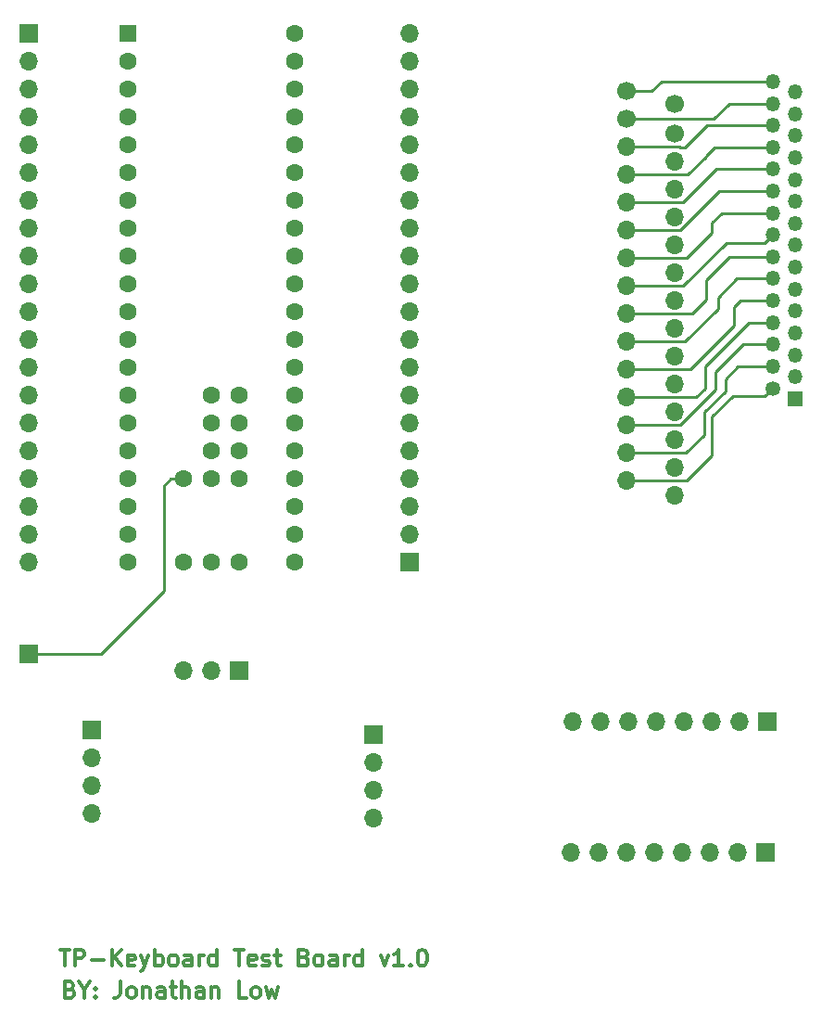
<source format=gbr>
G04 #@! TF.GenerationSoftware,KiCad,Pcbnew,(5.0.0-3-g5ebb6b6)*
G04 #@! TF.CreationDate,2020-04-03T01:15:25-07:00*
G04 #@! TF.ProjectId,keyboard,6B6579626F6172642E6B696361645F70,rev?*
G04 #@! TF.SameCoordinates,Original*
G04 #@! TF.FileFunction,Copper,L1,Top,Signal*
G04 #@! TF.FilePolarity,Positive*
%FSLAX46Y46*%
G04 Gerber Fmt 4.6, Leading zero omitted, Abs format (unit mm)*
G04 Created by KiCad (PCBNEW (5.0.0-3-g5ebb6b6)) date Friday, April 03, 2020 at 01:15:25 AM*
%MOMM*%
%LPD*%
G01*
G04 APERTURE LIST*
G04 #@! TA.AperFunction,NonConductor*
%ADD10C,0.300000*%
G04 #@! TD*
G04 #@! TA.AperFunction,ComponentPad*
%ADD11R,1.700000X1.700000*%
G04 #@! TD*
G04 #@! TA.AperFunction,ComponentPad*
%ADD12O,1.700000X1.700000*%
G04 #@! TD*
G04 #@! TA.AperFunction,ComponentPad*
%ADD13C,1.600000*%
G04 #@! TD*
G04 #@! TA.AperFunction,ComponentPad*
%ADD14R,1.600000X1.600000*%
G04 #@! TD*
G04 #@! TA.AperFunction,ComponentPad*
%ADD15O,1.350000X1.350000*%
G04 #@! TD*
G04 #@! TA.AperFunction,ComponentPad*
%ADD16R,1.350000X1.350000*%
G04 #@! TD*
G04 #@! TA.AperFunction,ComponentPad*
%ADD17C,1.350000*%
G04 #@! TD*
G04 #@! TA.AperFunction,ComponentPad*
%ADD18C,1.700000*%
G04 #@! TD*
G04 #@! TA.AperFunction,Conductor*
%ADD19C,0.250000*%
G04 #@! TD*
G04 APERTURE END LIST*
D10*
X188687428Y-147212857D02*
X188901714Y-147284285D01*
X188973142Y-147355714D01*
X189044571Y-147498571D01*
X189044571Y-147712857D01*
X188973142Y-147855714D01*
X188901714Y-147927142D01*
X188758857Y-147998571D01*
X188187428Y-147998571D01*
X188187428Y-146498571D01*
X188687428Y-146498571D01*
X188830285Y-146570000D01*
X188901714Y-146641428D01*
X188973142Y-146784285D01*
X188973142Y-146927142D01*
X188901714Y-147070000D01*
X188830285Y-147141428D01*
X188687428Y-147212857D01*
X188187428Y-147212857D01*
X189973142Y-147284285D02*
X189973142Y-147998571D01*
X189473142Y-146498571D02*
X189973142Y-147284285D01*
X190473142Y-146498571D01*
X190973142Y-147855714D02*
X191044571Y-147927142D01*
X190973142Y-147998571D01*
X190901714Y-147927142D01*
X190973142Y-147855714D01*
X190973142Y-147998571D01*
X190973142Y-147070000D02*
X191044571Y-147141428D01*
X190973142Y-147212857D01*
X190901714Y-147141428D01*
X190973142Y-147070000D01*
X190973142Y-147212857D01*
X193258857Y-146498571D02*
X193258857Y-147570000D01*
X193187428Y-147784285D01*
X193044571Y-147927142D01*
X192830285Y-147998571D01*
X192687428Y-147998571D01*
X194187428Y-147998571D02*
X194044571Y-147927142D01*
X193973142Y-147855714D01*
X193901714Y-147712857D01*
X193901714Y-147284285D01*
X193973142Y-147141428D01*
X194044571Y-147070000D01*
X194187428Y-146998571D01*
X194401714Y-146998571D01*
X194544571Y-147070000D01*
X194616000Y-147141428D01*
X194687428Y-147284285D01*
X194687428Y-147712857D01*
X194616000Y-147855714D01*
X194544571Y-147927142D01*
X194401714Y-147998571D01*
X194187428Y-147998571D01*
X195330285Y-146998571D02*
X195330285Y-147998571D01*
X195330285Y-147141428D02*
X195401714Y-147070000D01*
X195544571Y-146998571D01*
X195758857Y-146998571D01*
X195901714Y-147070000D01*
X195973142Y-147212857D01*
X195973142Y-147998571D01*
X197330285Y-147998571D02*
X197330285Y-147212857D01*
X197258857Y-147070000D01*
X197116000Y-146998571D01*
X196830285Y-146998571D01*
X196687428Y-147070000D01*
X197330285Y-147927142D02*
X197187428Y-147998571D01*
X196830285Y-147998571D01*
X196687428Y-147927142D01*
X196616000Y-147784285D01*
X196616000Y-147641428D01*
X196687428Y-147498571D01*
X196830285Y-147427142D01*
X197187428Y-147427142D01*
X197330285Y-147355714D01*
X197830285Y-146998571D02*
X198401714Y-146998571D01*
X198044571Y-146498571D02*
X198044571Y-147784285D01*
X198116000Y-147927142D01*
X198258857Y-147998571D01*
X198401714Y-147998571D01*
X198901714Y-147998571D02*
X198901714Y-146498571D01*
X199544571Y-147998571D02*
X199544571Y-147212857D01*
X199473142Y-147070000D01*
X199330285Y-146998571D01*
X199115999Y-146998571D01*
X198973142Y-147070000D01*
X198901714Y-147141428D01*
X200901714Y-147998571D02*
X200901714Y-147212857D01*
X200830285Y-147070000D01*
X200687428Y-146998571D01*
X200401714Y-146998571D01*
X200258857Y-147070000D01*
X200901714Y-147927142D02*
X200758857Y-147998571D01*
X200401714Y-147998571D01*
X200258857Y-147927142D01*
X200187428Y-147784285D01*
X200187428Y-147641428D01*
X200258857Y-147498571D01*
X200401714Y-147427142D01*
X200758857Y-147427142D01*
X200901714Y-147355714D01*
X201615999Y-146998571D02*
X201615999Y-147998571D01*
X201615999Y-147141428D02*
X201687428Y-147070000D01*
X201830285Y-146998571D01*
X202044571Y-146998571D01*
X202187428Y-147070000D01*
X202258857Y-147212857D01*
X202258857Y-147998571D01*
X204830285Y-147998571D02*
X204115999Y-147998571D01*
X204115999Y-146498571D01*
X205544571Y-147998571D02*
X205401714Y-147927142D01*
X205330285Y-147855714D01*
X205258857Y-147712857D01*
X205258857Y-147284285D01*
X205330285Y-147141428D01*
X205401714Y-147070000D01*
X205544571Y-146998571D01*
X205758857Y-146998571D01*
X205901714Y-147070000D01*
X205973142Y-147141428D01*
X206044571Y-147284285D01*
X206044571Y-147712857D01*
X205973142Y-147855714D01*
X205901714Y-147927142D01*
X205758857Y-147998571D01*
X205544571Y-147998571D01*
X206544571Y-146998571D02*
X206830285Y-147998571D01*
X207115999Y-147284285D01*
X207401714Y-147998571D01*
X207687428Y-146998571D01*
X187775571Y-143577571D02*
X188632714Y-143577571D01*
X188204142Y-145077571D02*
X188204142Y-143577571D01*
X189132714Y-145077571D02*
X189132714Y-143577571D01*
X189704142Y-143577571D01*
X189846999Y-143649000D01*
X189918428Y-143720428D01*
X189989857Y-143863285D01*
X189989857Y-144077571D01*
X189918428Y-144220428D01*
X189846999Y-144291857D01*
X189704142Y-144363285D01*
X189132714Y-144363285D01*
X190632714Y-144506142D02*
X191775571Y-144506142D01*
X192489857Y-145077571D02*
X192489857Y-143577571D01*
X193346999Y-145077571D02*
X192704142Y-144220428D01*
X193346999Y-143577571D02*
X192489857Y-144434714D01*
X194561285Y-145006142D02*
X194418428Y-145077571D01*
X194132714Y-145077571D01*
X193989857Y-145006142D01*
X193918428Y-144863285D01*
X193918428Y-144291857D01*
X193989857Y-144149000D01*
X194132714Y-144077571D01*
X194418428Y-144077571D01*
X194561285Y-144149000D01*
X194632714Y-144291857D01*
X194632714Y-144434714D01*
X193918428Y-144577571D01*
X195132714Y-144077571D02*
X195489857Y-145077571D01*
X195846999Y-144077571D02*
X195489857Y-145077571D01*
X195346999Y-145434714D01*
X195275571Y-145506142D01*
X195132714Y-145577571D01*
X196418428Y-145077571D02*
X196418428Y-143577571D01*
X196418428Y-144149000D02*
X196561285Y-144077571D01*
X196846999Y-144077571D01*
X196989857Y-144149000D01*
X197061285Y-144220428D01*
X197132714Y-144363285D01*
X197132714Y-144791857D01*
X197061285Y-144934714D01*
X196989857Y-145006142D01*
X196846999Y-145077571D01*
X196561285Y-145077571D01*
X196418428Y-145006142D01*
X197989857Y-145077571D02*
X197846999Y-145006142D01*
X197775571Y-144934714D01*
X197704142Y-144791857D01*
X197704142Y-144363285D01*
X197775571Y-144220428D01*
X197846999Y-144149000D01*
X197989857Y-144077571D01*
X198204142Y-144077571D01*
X198346999Y-144149000D01*
X198418428Y-144220428D01*
X198489857Y-144363285D01*
X198489857Y-144791857D01*
X198418428Y-144934714D01*
X198346999Y-145006142D01*
X198204142Y-145077571D01*
X197989857Y-145077571D01*
X199775571Y-145077571D02*
X199775571Y-144291857D01*
X199704142Y-144149000D01*
X199561285Y-144077571D01*
X199275571Y-144077571D01*
X199132714Y-144149000D01*
X199775571Y-145006142D02*
X199632714Y-145077571D01*
X199275571Y-145077571D01*
X199132714Y-145006142D01*
X199061285Y-144863285D01*
X199061285Y-144720428D01*
X199132714Y-144577571D01*
X199275571Y-144506142D01*
X199632714Y-144506142D01*
X199775571Y-144434714D01*
X200489857Y-145077571D02*
X200489857Y-144077571D01*
X200489857Y-144363285D02*
X200561285Y-144220428D01*
X200632714Y-144149000D01*
X200775571Y-144077571D01*
X200918428Y-144077571D01*
X202061285Y-145077571D02*
X202061285Y-143577571D01*
X202061285Y-145006142D02*
X201918428Y-145077571D01*
X201632714Y-145077571D01*
X201489857Y-145006142D01*
X201418428Y-144934714D01*
X201346999Y-144791857D01*
X201346999Y-144363285D01*
X201418428Y-144220428D01*
X201489857Y-144149000D01*
X201632714Y-144077571D01*
X201918428Y-144077571D01*
X202061285Y-144149000D01*
X203704142Y-143577571D02*
X204561285Y-143577571D01*
X204132714Y-145077571D02*
X204132714Y-143577571D01*
X205632714Y-145006142D02*
X205489857Y-145077571D01*
X205204142Y-145077571D01*
X205061285Y-145006142D01*
X204989857Y-144863285D01*
X204989857Y-144291857D01*
X205061285Y-144149000D01*
X205204142Y-144077571D01*
X205489857Y-144077571D01*
X205632714Y-144149000D01*
X205704142Y-144291857D01*
X205704142Y-144434714D01*
X204989857Y-144577571D01*
X206275571Y-145006142D02*
X206418428Y-145077571D01*
X206704142Y-145077571D01*
X206846999Y-145006142D01*
X206918428Y-144863285D01*
X206918428Y-144791857D01*
X206846999Y-144649000D01*
X206704142Y-144577571D01*
X206489857Y-144577571D01*
X206346999Y-144506142D01*
X206275571Y-144363285D01*
X206275571Y-144291857D01*
X206346999Y-144149000D01*
X206489857Y-144077571D01*
X206704142Y-144077571D01*
X206846999Y-144149000D01*
X207346999Y-144077571D02*
X207918428Y-144077571D01*
X207561285Y-143577571D02*
X207561285Y-144863285D01*
X207632714Y-145006142D01*
X207775571Y-145077571D01*
X207918428Y-145077571D01*
X210061285Y-144291857D02*
X210275571Y-144363285D01*
X210346999Y-144434714D01*
X210418428Y-144577571D01*
X210418428Y-144791857D01*
X210346999Y-144934714D01*
X210275571Y-145006142D01*
X210132714Y-145077571D01*
X209561285Y-145077571D01*
X209561285Y-143577571D01*
X210061285Y-143577571D01*
X210204142Y-143649000D01*
X210275571Y-143720428D01*
X210346999Y-143863285D01*
X210346999Y-144006142D01*
X210275571Y-144149000D01*
X210204142Y-144220428D01*
X210061285Y-144291857D01*
X209561285Y-144291857D01*
X211275571Y-145077571D02*
X211132714Y-145006142D01*
X211061285Y-144934714D01*
X210989857Y-144791857D01*
X210989857Y-144363285D01*
X211061285Y-144220428D01*
X211132714Y-144149000D01*
X211275571Y-144077571D01*
X211489857Y-144077571D01*
X211632714Y-144149000D01*
X211704142Y-144220428D01*
X211775571Y-144363285D01*
X211775571Y-144791857D01*
X211704142Y-144934714D01*
X211632714Y-145006142D01*
X211489857Y-145077571D01*
X211275571Y-145077571D01*
X213061285Y-145077571D02*
X213061285Y-144291857D01*
X212989857Y-144149000D01*
X212846999Y-144077571D01*
X212561285Y-144077571D01*
X212418428Y-144149000D01*
X213061285Y-145006142D02*
X212918428Y-145077571D01*
X212561285Y-145077571D01*
X212418428Y-145006142D01*
X212346999Y-144863285D01*
X212346999Y-144720428D01*
X212418428Y-144577571D01*
X212561285Y-144506142D01*
X212918428Y-144506142D01*
X213061285Y-144434714D01*
X213775571Y-145077571D02*
X213775571Y-144077571D01*
X213775571Y-144363285D02*
X213846999Y-144220428D01*
X213918428Y-144149000D01*
X214061285Y-144077571D01*
X214204142Y-144077571D01*
X215346999Y-145077571D02*
X215346999Y-143577571D01*
X215346999Y-145006142D02*
X215204142Y-145077571D01*
X214918428Y-145077571D01*
X214775571Y-145006142D01*
X214704142Y-144934714D01*
X214632714Y-144791857D01*
X214632714Y-144363285D01*
X214704142Y-144220428D01*
X214775571Y-144149000D01*
X214918428Y-144077571D01*
X215204142Y-144077571D01*
X215346999Y-144149000D01*
X217061285Y-144077571D02*
X217418428Y-145077571D01*
X217775571Y-144077571D01*
X219132714Y-145077571D02*
X218275571Y-145077571D01*
X218704142Y-145077571D02*
X218704142Y-143577571D01*
X218561285Y-143791857D01*
X218418428Y-143934714D01*
X218275571Y-144006142D01*
X219775571Y-144934714D02*
X219846999Y-145006142D01*
X219775571Y-145077571D01*
X219704142Y-145006142D01*
X219775571Y-144934714D01*
X219775571Y-145077571D01*
X220775571Y-143577571D02*
X220918428Y-143577571D01*
X221061285Y-143649000D01*
X221132714Y-143720428D01*
X221204142Y-143863285D01*
X221275571Y-144149000D01*
X221275571Y-144506142D01*
X221204142Y-144791857D01*
X221132714Y-144934714D01*
X221061285Y-145006142D01*
X220918428Y-145077571D01*
X220775571Y-145077571D01*
X220632714Y-145006142D01*
X220561285Y-144934714D01*
X220489857Y-144791857D01*
X220418428Y-144506142D01*
X220418428Y-144149000D01*
X220489857Y-143863285D01*
X220561285Y-143720428D01*
X220632714Y-143649000D01*
X220775571Y-143577571D01*
D11*
G04 #@! TO.P,J2,1*
G04 #@! TO.N,Net-(J2-Pad1)*
X252349000Y-122809000D03*
D12*
G04 #@! TO.P,J2,2*
G04 #@! TO.N,Net-(J2-Pad2)*
X249809000Y-122809000D03*
G04 #@! TO.P,J2,3*
G04 #@! TO.N,Net-(J2-Pad3)*
X247269000Y-122809000D03*
G04 #@! TO.P,J2,4*
G04 #@! TO.N,Net-(J2-Pad4)*
X244729000Y-122809000D03*
G04 #@! TO.P,J2,5*
G04 #@! TO.N,Net-(J2-Pad5)*
X242189000Y-122809000D03*
G04 #@! TO.P,J2,6*
G04 #@! TO.N,Net-(J2-Pad6)*
X239649000Y-122809000D03*
G04 #@! TO.P,J2,7*
G04 #@! TO.N,Net-(J2-Pad7)*
X237109000Y-122809000D03*
G04 #@! TO.P,J2,8*
G04 #@! TO.N,Net-(J2-Pad8)*
X234569000Y-122809000D03*
G04 #@! TD*
D11*
G04 #@! TO.P,J8,1*
G04 #@! TO.N,Net-(J2-Pad1)*
X252222000Y-134747000D03*
D12*
G04 #@! TO.P,J8,2*
G04 #@! TO.N,Net-(J2-Pad2)*
X249682000Y-134747000D03*
G04 #@! TO.P,J8,3*
G04 #@! TO.N,Net-(J2-Pad3)*
X247142000Y-134747000D03*
G04 #@! TO.P,J8,4*
G04 #@! TO.N,Net-(J2-Pad4)*
X244602000Y-134747000D03*
G04 #@! TO.P,J8,5*
G04 #@! TO.N,Net-(J2-Pad5)*
X242062000Y-134747000D03*
G04 #@! TO.P,J8,6*
G04 #@! TO.N,Net-(J2-Pad6)*
X239522000Y-134747000D03*
G04 #@! TO.P,J8,7*
G04 #@! TO.N,Net-(J2-Pad7)*
X236982000Y-134747000D03*
G04 #@! TO.P,J8,8*
G04 #@! TO.N,Net-(J2-Pad8)*
X234442000Y-134747000D03*
G04 #@! TD*
D11*
G04 #@! TO.P,J3,1*
G04 #@! TO.N,Net-(J3-Pad1)*
X184912000Y-59944000D03*
D12*
G04 #@! TO.P,J3,2*
G04 #@! TO.N,Net-(J3-Pad2)*
X184912000Y-62484000D03*
G04 #@! TO.P,J3,3*
G04 #@! TO.N,Net-(J3-Pad3)*
X184912000Y-65024000D03*
G04 #@! TO.P,J3,4*
G04 #@! TO.N,Net-(J3-Pad4)*
X184912000Y-67564000D03*
G04 #@! TO.P,J3,5*
G04 #@! TO.N,Net-(J3-Pad5)*
X184912000Y-70104000D03*
G04 #@! TO.P,J3,6*
G04 #@! TO.N,Net-(J3-Pad6)*
X184912000Y-72644000D03*
G04 #@! TO.P,J3,7*
G04 #@! TO.N,Net-(J3-Pad7)*
X184912000Y-75184000D03*
G04 #@! TO.P,J3,8*
G04 #@! TO.N,Net-(J3-Pad8)*
X184912000Y-77724000D03*
G04 #@! TO.P,J3,9*
G04 #@! TO.N,Net-(J3-Pad9)*
X184912000Y-80264000D03*
G04 #@! TO.P,J3,10*
G04 #@! TO.N,Net-(J3-Pad10)*
X184912000Y-82804000D03*
G04 #@! TO.P,J3,11*
G04 #@! TO.N,Net-(J3-Pad11)*
X184912000Y-85344000D03*
G04 #@! TO.P,J3,12*
G04 #@! TO.N,Net-(J3-Pad12)*
X184912000Y-87884000D03*
G04 #@! TO.P,J3,13*
G04 #@! TO.N,Net-(J3-Pad13)*
X184912000Y-90424000D03*
G04 #@! TO.P,J3,14*
G04 #@! TO.N,Net-(J3-Pad14)*
X184912000Y-92964000D03*
G04 #@! TO.P,J3,15*
G04 #@! TO.N,Net-(J3-Pad15)*
X184912000Y-95504000D03*
G04 #@! TO.P,J3,16*
G04 #@! TO.N,Net-(J3-Pad16)*
X184912000Y-98044000D03*
G04 #@! TO.P,J3,17*
G04 #@! TO.N,Net-(J3-Pad17)*
X184912000Y-100584000D03*
G04 #@! TO.P,J3,18*
G04 #@! TO.N,Net-(J3-Pad18)*
X184912000Y-103124000D03*
G04 #@! TO.P,J3,19*
G04 #@! TO.N,Net-(J3-Pad19)*
X184912000Y-105664000D03*
G04 #@! TO.P,J3,20*
G04 #@! TO.N,Net-(J3-Pad20)*
X184912000Y-108204000D03*
G04 #@! TD*
G04 #@! TO.P,J4,20*
G04 #@! TO.N,Net-(J4-Pad20)*
X219710000Y-59944000D03*
G04 #@! TO.P,J4,19*
G04 #@! TO.N,Net-(J4-Pad19)*
X219710000Y-62484000D03*
G04 #@! TO.P,J4,18*
G04 #@! TO.N,Net-(J4-Pad18)*
X219710000Y-65024000D03*
G04 #@! TO.P,J4,17*
G04 #@! TO.N,Net-(J4-Pad17)*
X219710000Y-67564000D03*
G04 #@! TO.P,J4,16*
G04 #@! TO.N,Net-(J4-Pad16)*
X219710000Y-70104000D03*
G04 #@! TO.P,J4,15*
G04 #@! TO.N,Net-(J4-Pad15)*
X219710000Y-72644000D03*
G04 #@! TO.P,J4,14*
G04 #@! TO.N,Net-(J4-Pad14)*
X219710000Y-75184000D03*
G04 #@! TO.P,J4,13*
G04 #@! TO.N,Net-(J4-Pad13)*
X219710000Y-77724000D03*
G04 #@! TO.P,J4,12*
G04 #@! TO.N,Net-(J4-Pad12)*
X219710000Y-80264000D03*
G04 #@! TO.P,J4,11*
G04 #@! TO.N,Net-(J4-Pad11)*
X219710000Y-82804000D03*
G04 #@! TO.P,J4,10*
G04 #@! TO.N,Net-(J4-Pad10)*
X219710000Y-85344000D03*
G04 #@! TO.P,J4,9*
G04 #@! TO.N,Net-(J4-Pad9)*
X219710000Y-87884000D03*
G04 #@! TO.P,J4,8*
G04 #@! TO.N,Net-(J4-Pad8)*
X219710000Y-90424000D03*
G04 #@! TO.P,J4,7*
G04 #@! TO.N,Net-(J4-Pad7)*
X219710000Y-92964000D03*
G04 #@! TO.P,J4,6*
G04 #@! TO.N,Net-(J4-Pad6)*
X219710000Y-95504000D03*
G04 #@! TO.P,J4,5*
G04 #@! TO.N,Net-(J4-Pad5)*
X219710000Y-98044000D03*
G04 #@! TO.P,J4,4*
G04 #@! TO.N,Net-(J4-Pad4)*
X219710000Y-100584000D03*
G04 #@! TO.P,J4,3*
G04 #@! TO.N,Net-(J4-Pad3)*
X219710000Y-103124000D03*
G04 #@! TO.P,J4,2*
G04 #@! TO.N,Net-(J4-Pad2)*
X219710000Y-105664000D03*
D11*
G04 #@! TO.P,J4,1*
G04 #@! TO.N,Net-(J4-Pad1)*
X219710000Y-108204000D03*
G04 #@! TD*
G04 #@! TO.P,J5,1*
G04 #@! TO.N,Net-(J5-Pad1)*
X204089000Y-118110000D03*
D12*
G04 #@! TO.P,J5,2*
G04 #@! TO.N,Net-(J5-Pad2)*
X201549000Y-118110000D03*
G04 #@! TO.P,J5,3*
G04 #@! TO.N,Net-(J5-Pad3)*
X199009000Y-118110000D03*
G04 #@! TD*
D11*
G04 #@! TO.P,J6,1*
G04 #@! TO.N,Net-(J6-Pad1)*
X190627000Y-123571000D03*
D12*
G04 #@! TO.P,J6,2*
G04 #@! TO.N,Net-(J6-Pad2)*
X190627000Y-126111000D03*
G04 #@! TO.P,J6,3*
G04 #@! TO.N,Net-(J6-Pad3)*
X190627000Y-128651000D03*
G04 #@! TO.P,J6,4*
G04 #@! TO.N,Net-(J6-Pad4)*
X190627000Y-131191000D03*
G04 #@! TD*
G04 #@! TO.P,J9,4*
G04 #@! TO.N,Net-(J9-Pad4)*
X216408000Y-131572000D03*
G04 #@! TO.P,J9,3*
G04 #@! TO.N,Net-(J9-Pad3)*
X216408000Y-129032000D03*
G04 #@! TO.P,J9,2*
G04 #@! TO.N,Net-(J9-Pad2)*
X216408000Y-126492000D03*
D11*
G04 #@! TO.P,J9,1*
G04 #@! TO.N,Net-(J9-Pad1)*
X216408000Y-123952000D03*
G04 #@! TD*
D13*
G04 #@! TO.P,U1,9*
G04 #@! TO.N,Net-(J3-Pad9)*
X193929000Y-80264000D03*
G04 #@! TO.P,U1,10*
G04 #@! TO.N,Net-(J3-Pad10)*
X193929000Y-82804000D03*
G04 #@! TO.P,U1,11*
G04 #@! TO.N,Net-(J3-Pad11)*
X193929000Y-85344000D03*
G04 #@! TO.P,U1,8*
G04 #@! TO.N,Net-(J3-Pad8)*
X193929000Y-77724000D03*
G04 #@! TO.P,U1,7*
G04 #@! TO.N,Net-(J3-Pad7)*
X193929000Y-75184000D03*
G04 #@! TO.P,U1,6*
G04 #@! TO.N,Net-(J3-Pad6)*
X193929000Y-72644000D03*
G04 #@! TO.P,U1,5*
G04 #@! TO.N,Net-(J3-Pad5)*
X193929000Y-70104000D03*
G04 #@! TO.P,U1,4*
G04 #@! TO.N,Net-(J3-Pad4)*
X193929000Y-67564000D03*
G04 #@! TO.P,U1,3*
G04 #@! TO.N,Net-(J3-Pad3)*
X193929000Y-65024000D03*
G04 #@! TO.P,U1,2*
G04 #@! TO.N,Net-(J3-Pad2)*
X193929000Y-62484000D03*
D14*
G04 #@! TO.P,U1,1*
G04 #@! TO.N,Net-(J3-Pad1)*
X193929000Y-59944000D03*
D13*
G04 #@! TO.P,U1,12*
G04 #@! TO.N,Net-(J3-Pad12)*
X193929000Y-87884000D03*
G04 #@! TO.P,U1,13*
G04 #@! TO.N,Net-(J3-Pad13)*
X193929000Y-90424000D03*
G04 #@! TO.P,U1,14*
G04 #@! TO.N,Net-(J3-Pad14)*
X193929000Y-92964000D03*
G04 #@! TO.P,U1,15*
G04 #@! TO.N,Net-(J3-Pad15)*
X193929000Y-95504000D03*
G04 #@! TO.P,U1,16*
G04 #@! TO.N,Net-(J3-Pad16)*
X193929000Y-98044000D03*
G04 #@! TO.P,U1,17*
G04 #@! TO.N,Net-(J3-Pad17)*
X193929000Y-100584000D03*
G04 #@! TO.P,U1,18*
G04 #@! TO.N,Net-(J3-Pad18)*
X193929000Y-103124000D03*
G04 #@! TO.P,U1,19*
G04 #@! TO.N,Net-(J3-Pad19)*
X193929000Y-105664000D03*
G04 #@! TO.P,U1,20*
G04 #@! TO.N,Net-(J3-Pad20)*
X193929000Y-108204000D03*
G04 #@! TO.P,U1,21*
G04 #@! TO.N,Net-(J5-Pad3)*
X199009000Y-108204000D03*
G04 #@! TO.P,U1,22*
G04 #@! TO.N,Net-(J5-Pad2)*
X201549000Y-108204000D03*
G04 #@! TO.P,U1,23*
G04 #@! TO.N,Net-(J5-Pad1)*
X204089000Y-108204000D03*
G04 #@! TO.P,U1,24*
G04 #@! TO.N,Net-(J4-Pad1)*
X209169000Y-108204000D03*
G04 #@! TO.P,U1,25*
G04 #@! TO.N,Net-(J4-Pad2)*
X209169000Y-105664000D03*
G04 #@! TO.P,U1,26*
G04 #@! TO.N,Net-(J4-Pad3)*
X209169000Y-103124000D03*
G04 #@! TO.P,U1,27*
G04 #@! TO.N,Net-(J4-Pad4)*
X209169000Y-100584000D03*
G04 #@! TO.P,U1,28*
G04 #@! TO.N,Net-(J4-Pad5)*
X209169000Y-98044000D03*
G04 #@! TO.P,U1,29*
G04 #@! TO.N,Net-(J4-Pad6)*
X209169000Y-95504000D03*
G04 #@! TO.P,U1,30*
G04 #@! TO.N,Net-(J4-Pad7)*
X209169000Y-92964000D03*
G04 #@! TO.P,U1,31*
G04 #@! TO.N,Net-(J4-Pad8)*
X209169000Y-90424000D03*
G04 #@! TO.P,U1,32*
G04 #@! TO.N,Net-(J4-Pad9)*
X209169000Y-87884000D03*
G04 #@! TO.P,U1,33*
G04 #@! TO.N,Net-(J4-Pad10)*
X209169000Y-85344000D03*
G04 #@! TO.P,U1,34*
G04 #@! TO.N,Net-(J4-Pad11)*
X209169000Y-82804000D03*
G04 #@! TO.P,U1,35*
G04 #@! TO.N,Net-(J4-Pad12)*
X209169000Y-80264000D03*
G04 #@! TO.P,U1,36*
G04 #@! TO.N,Net-(J4-Pad13)*
X209169000Y-77724000D03*
G04 #@! TO.P,U1,37*
G04 #@! TO.N,Net-(J4-Pad14)*
X209169000Y-75184000D03*
G04 #@! TO.P,U1,38*
G04 #@! TO.N,Net-(J4-Pad15)*
X209169000Y-72644000D03*
G04 #@! TO.P,U1,39*
G04 #@! TO.N,Net-(J4-Pad16)*
X209169000Y-70104000D03*
G04 #@! TO.P,U1,40*
G04 #@! TO.N,Net-(J4-Pad17)*
X209169000Y-67564000D03*
G04 #@! TO.P,U1,41*
G04 #@! TO.N,Net-(J4-Pad18)*
X209169000Y-65024000D03*
G04 #@! TO.P,U1,42*
G04 #@! TO.N,Net-(J4-Pad19)*
X209169000Y-62484000D03*
G04 #@! TO.P,U1,43*
G04 #@! TO.N,Net-(J4-Pad20)*
X209169000Y-59944000D03*
G04 #@! TO.P,U1,44*
G04 #@! TO.N,Net-(J9-Pad1)*
X204089000Y-92964000D03*
G04 #@! TO.P,U1,45*
G04 #@! TO.N,Net-(J9-Pad2)*
X204089000Y-95504000D03*
G04 #@! TO.P,U1,46*
G04 #@! TO.N,Net-(J9-Pad3)*
X204089000Y-98044000D03*
G04 #@! TO.P,U1,47*
G04 #@! TO.N,Net-(J9-Pad4)*
X204089000Y-100584000D03*
G04 #@! TO.P,U1,48*
G04 #@! TO.N,Net-(J6-Pad1)*
X201549000Y-92964000D03*
G04 #@! TO.P,U1,49*
G04 #@! TO.N,Net-(J6-Pad2)*
X201549000Y-95504000D03*
G04 #@! TO.P,U1,50*
G04 #@! TO.N,Net-(J6-Pad3)*
X201549000Y-98044000D03*
G04 #@! TO.P,U1,51*
G04 #@! TO.N,Net-(J6-Pad4)*
X201549000Y-100584000D03*
G04 #@! TO.P,U1,52*
G04 #@! TO.N,Net-(J10-Pad1)*
X199009000Y-100584000D03*
G04 #@! TD*
D11*
G04 #@! TO.P,J10,1*
G04 #@! TO.N,Net-(J10-Pad1)*
X184912000Y-116586000D03*
G04 #@! TD*
D15*
G04 #@! TO.P,J1,27*
G04 #@! TO.N,Net-(J1-Pad27)*
X254904240Y-67294200D03*
G04 #@! TO.P,J1,25*
G04 #@! TO.N,Net-(J1-Pad25)*
X254904240Y-69294200D03*
G04 #@! TO.P,J1,23*
G04 #@! TO.N,Net-(J1-Pad23)*
X254904240Y-71294200D03*
G04 #@! TO.P,J1,21*
G04 #@! TO.N,Net-(J1-Pad21)*
X254904240Y-73294200D03*
G04 #@! TO.P,J1,19*
G04 #@! TO.N,Net-(J1-Pad19)*
X254904240Y-75294200D03*
G04 #@! TO.P,J1,17*
G04 #@! TO.N,Net-(J1-Pad17)*
X254904240Y-77294200D03*
G04 #@! TO.P,J1,15*
G04 #@! TO.N,Net-(J1-Pad15)*
X254904240Y-79294200D03*
G04 #@! TO.P,J1,13*
G04 #@! TO.N,Net-(J1-Pad13)*
X254904240Y-81294200D03*
G04 #@! TO.P,J1,11*
G04 #@! TO.N,Net-(J1-Pad11)*
X254904240Y-83294200D03*
G04 #@! TO.P,J1,9*
G04 #@! TO.N,Net-(J1-Pad9)*
X254904240Y-85294200D03*
G04 #@! TO.P,J1,7*
G04 #@! TO.N,Net-(J1-Pad7)*
X254904240Y-87294200D03*
G04 #@! TO.P,J1,5*
G04 #@! TO.N,Net-(J1-Pad5)*
X254904240Y-89294200D03*
G04 #@! TO.P,J1,3*
G04 #@! TO.N,Net-(J1-Pad3)*
X254904240Y-91294200D03*
D16*
G04 #@! TO.P,J1,1*
G04 #@! TO.N,Net-(J1-Pad1)*
X254904240Y-93294200D03*
D15*
G04 #@! TO.P,J1,14*
G04 #@! TO.N,Net-(J1-Pad14)*
X252854240Y-80344200D03*
G04 #@! TO.P,J1,28*
G04 #@! TO.N,Net-(J1-Pad28)*
X252854240Y-66344200D03*
G04 #@! TO.P,J1,12*
G04 #@! TO.N,Net-(J1-Pad12)*
X252854240Y-82344200D03*
G04 #@! TO.P,J1,10*
G04 #@! TO.N,Net-(J1-Pad10)*
X252854240Y-84344200D03*
G04 #@! TO.P,J1,22*
G04 #@! TO.N,Net-(J1-Pad22)*
X252854240Y-72344200D03*
G04 #@! TO.P,J1,24*
G04 #@! TO.N,Net-(J1-Pad24)*
X252854240Y-70344200D03*
D17*
G04 #@! TO.P,J1,2*
G04 #@! TO.N,Net-(J1-Pad2)*
X252854240Y-92344200D03*
D15*
G04 #@! TO.P,J1,18*
G04 #@! TO.N,Net-(J1-Pad18)*
X252854240Y-76344200D03*
G04 #@! TO.P,J1,4*
G04 #@! TO.N,Net-(J1-Pad4)*
X252854240Y-90344200D03*
G04 #@! TO.P,J1,26*
G04 #@! TO.N,Net-(J1-Pad26)*
X252854240Y-68344200D03*
G04 #@! TO.P,J1,20*
G04 #@! TO.N,Net-(J1-Pad20)*
X252854240Y-74344200D03*
G04 #@! TO.P,J1,6*
G04 #@! TO.N,Net-(J1-Pad6)*
X252854240Y-88344200D03*
G04 #@! TO.P,J1,16*
G04 #@! TO.N,Net-(J1-Pad16)*
X252854240Y-78344200D03*
G04 #@! TO.P,J1,8*
G04 #@! TO.N,Net-(J1-Pad8)*
X252854240Y-86344200D03*
G04 #@! TO.P,J1,30*
G04 #@! TO.N,Net-(J1-Pad30)*
X252854240Y-64344200D03*
G04 #@! TO.P,J1,29*
G04 #@! TO.N,Net-(J1-Pad29)*
X254904240Y-65294200D03*
G04 #@! TD*
D18*
G04 #@! TO.P,J7,28*
G04 #@! TO.N,Net-(J1-Pad28)*
X239537240Y-67767200D03*
D12*
G04 #@! TO.P,J7,26*
G04 #@! TO.N,Net-(J1-Pad26)*
X239537240Y-70307200D03*
G04 #@! TO.P,J7,24*
G04 #@! TO.N,Net-(J1-Pad24)*
X239537240Y-72847200D03*
G04 #@! TO.P,J7,22*
G04 #@! TO.N,Net-(J1-Pad22)*
X239537240Y-75387200D03*
G04 #@! TO.P,J7,20*
G04 #@! TO.N,Net-(J1-Pad20)*
X239537240Y-77927200D03*
G04 #@! TO.P,J7,18*
G04 #@! TO.N,Net-(J1-Pad18)*
X239537240Y-80467200D03*
G04 #@! TO.P,J7,16*
G04 #@! TO.N,Net-(J1-Pad16)*
X239537240Y-83007200D03*
G04 #@! TO.P,J7,14*
G04 #@! TO.N,Net-(J1-Pad14)*
X239537240Y-85547200D03*
G04 #@! TO.P,J7,12*
G04 #@! TO.N,Net-(J1-Pad12)*
X239537240Y-88087200D03*
G04 #@! TO.P,J7,10*
G04 #@! TO.N,Net-(J1-Pad10)*
X239537240Y-90627200D03*
G04 #@! TO.P,J7,8*
G04 #@! TO.N,Net-(J1-Pad8)*
X239537240Y-93167200D03*
G04 #@! TO.P,J7,6*
G04 #@! TO.N,Net-(J1-Pad6)*
X239537240Y-95707200D03*
G04 #@! TO.P,J7,4*
G04 #@! TO.N,Net-(J1-Pad4)*
X239537240Y-98247200D03*
G04 #@! TO.P,J7,2*
G04 #@! TO.N,Net-(J1-Pad2)*
X239537240Y-100787200D03*
G04 #@! TO.P,J7,19*
G04 #@! TO.N,Net-(J1-Pad19)*
X243887240Y-79227200D03*
G04 #@! TO.P,J7,17*
G04 #@! TO.N,Net-(J1-Pad17)*
X243887240Y-81767200D03*
G04 #@! TO.P,J7,9*
G04 #@! TO.N,Net-(J1-Pad9)*
X243887240Y-91927200D03*
G04 #@! TO.P,J7,23*
G04 #@! TO.N,Net-(J1-Pad23)*
X243887240Y-74147200D03*
G04 #@! TO.P,J7,7*
G04 #@! TO.N,Net-(J1-Pad7)*
X243887240Y-94467200D03*
G04 #@! TO.P,J7,25*
G04 #@! TO.N,Net-(J1-Pad25)*
X243887240Y-71607200D03*
G04 #@! TO.P,J7,21*
G04 #@! TO.N,Net-(J1-Pad21)*
X243887240Y-76687200D03*
D18*
G04 #@! TO.P,J7,27*
G04 #@! TO.N,Net-(J1-Pad27)*
X243887240Y-69067200D03*
D12*
G04 #@! TO.P,J7,5*
G04 #@! TO.N,Net-(J1-Pad5)*
X243887240Y-97007200D03*
G04 #@! TO.P,J7,3*
G04 #@! TO.N,Net-(J1-Pad3)*
X243887240Y-99547200D03*
G04 #@! TO.P,J7,15*
G04 #@! TO.N,Net-(J1-Pad15)*
X243887240Y-84307200D03*
G04 #@! TO.P,J7,13*
G04 #@! TO.N,Net-(J1-Pad13)*
X243887240Y-86847200D03*
G04 #@! TO.P,J7,1*
G04 #@! TO.N,Net-(J1-Pad1)*
X243887240Y-102087200D03*
G04 #@! TO.P,J7,11*
G04 #@! TO.N,Net-(J1-Pad11)*
X243887240Y-89387200D03*
D18*
G04 #@! TO.P,J7,30*
G04 #@! TO.N,Net-(J1-Pad30)*
X239537240Y-65217200D03*
G04 #@! TO.P,J7,29*
G04 #@! TO.N,Net-(J1-Pad29)*
X243887240Y-66417200D03*
G04 #@! TD*
D19*
G04 #@! TO.N,Net-(J1-Pad14)*
X248931240Y-80344200D02*
X252854240Y-80344200D01*
X246776240Y-82499200D02*
X248931240Y-80344200D01*
X245520439Y-85482201D02*
X246776240Y-84226400D01*
X246776240Y-84226400D02*
X246776240Y-82499200D01*
X240804320Y-85482201D02*
X245520439Y-85482201D01*
X240739321Y-85547200D02*
X240804320Y-85482201D01*
X239537240Y-85547200D02*
X240739321Y-85547200D01*
G04 #@! TO.N,Net-(J1-Pad12)*
X249623640Y-82344200D02*
X252854240Y-82344200D01*
X247868440Y-84099400D02*
X249623640Y-82344200D01*
X247868440Y-85064600D02*
X247868440Y-84099400D01*
X244845840Y-88087200D02*
X247868440Y-85064600D01*
X239537240Y-88087200D02*
X244845840Y-88087200D01*
G04 #@! TO.N,Net-(J1-Pad10)*
X239537240Y-90627200D02*
X245328440Y-90627200D01*
X245328440Y-90627200D02*
X249316240Y-86639400D01*
X249316240Y-86639400D02*
X249316240Y-84912200D01*
X249884240Y-84344200D02*
X252854240Y-84344200D01*
X249316240Y-84912200D02*
X249884240Y-84344200D01*
G04 #@! TO.N,Net-(J1-Pad8)*
X250703640Y-86344200D02*
X252854240Y-86344200D01*
X246700040Y-90347800D02*
X250703640Y-86344200D01*
X246700040Y-92354400D02*
X246700040Y-90347800D01*
X245887240Y-93167200D02*
X246700040Y-92354400D01*
X239537240Y-93167200D02*
X245887240Y-93167200D01*
G04 #@! TO.N,Net-(J1-Pad6)*
X244386242Y-95707200D02*
X247665240Y-92428202D01*
X239537240Y-95707200D02*
X244386242Y-95707200D01*
X247665240Y-92428202D02*
X247665240Y-90830400D01*
X250151440Y-88344200D02*
X252854240Y-88344200D01*
X247665240Y-90830400D02*
X250151440Y-88344200D01*
G04 #@! TO.N,Net-(J1-Pad4)*
X249700840Y-90344200D02*
X252854240Y-90344200D01*
X239537240Y-98247200D02*
X244947440Y-98247200D01*
X248528840Y-92608400D02*
X248528840Y-91516200D01*
X246623840Y-94513400D02*
X248528840Y-92608400D01*
X246623840Y-96570800D02*
X246623840Y-94513400D01*
X248528840Y-91516200D02*
X249700840Y-90344200D01*
X244947440Y-98247200D02*
X246623840Y-96570800D01*
G04 #@! TO.N,Net-(J1-Pad2)*
X239537240Y-100787200D02*
X245023640Y-100787200D01*
X245023640Y-100787200D02*
X247309640Y-98501200D01*
X247309640Y-98501200D02*
X247309640Y-94945200D01*
X247309640Y-94945200D02*
X249214640Y-93040200D01*
X252158240Y-93040200D02*
X252854240Y-92344200D01*
X249214640Y-93040200D02*
X252158240Y-93040200D01*
G04 #@! TO.N,Net-(J1-Pad28)*
X239537240Y-67767200D02*
X247487440Y-67767200D01*
X248910440Y-66344200D02*
X252854240Y-66344200D01*
X247487440Y-67767200D02*
X248910440Y-66344200D01*
G04 #@! TO.N,Net-(J1-Pad20)*
X246321438Y-76019802D02*
X247997040Y-74344200D01*
X246293640Y-76019802D02*
X246321438Y-76019802D01*
X244386242Y-77927200D02*
X246293640Y-76019802D01*
X247997040Y-74344200D02*
X252854240Y-74344200D01*
X239537240Y-77927200D02*
X244386242Y-77927200D01*
G04 #@! TO.N,Net-(J1-Pad26)*
X246859640Y-68344200D02*
X252854240Y-68344200D01*
X244845840Y-70358000D02*
X246859640Y-68344200D01*
X244377042Y-70358000D02*
X244845840Y-70358000D01*
X244326242Y-70307200D02*
X244377042Y-70358000D01*
X239537240Y-70307200D02*
X244326242Y-70307200D01*
G04 #@! TO.N,Net-(J1-Pad16)*
X239537240Y-83007200D02*
X244693440Y-83007200D01*
X244693440Y-83007200D02*
X248630440Y-79070200D01*
X252128240Y-79070200D02*
X252854240Y-78344200D01*
X248630440Y-79070200D02*
X252128240Y-79070200D01*
G04 #@! TO.N,Net-(J1-Pad24)*
X251899646Y-70344200D02*
X252854240Y-70344200D01*
X245099840Y-72847200D02*
X246750840Y-71196200D01*
X247552040Y-70344200D02*
X251899646Y-70344200D01*
X246750840Y-71196200D02*
X246750840Y-71145400D01*
X246750840Y-71145400D02*
X247552040Y-70344200D01*
X239537240Y-72847200D02*
X245099840Y-72847200D01*
G04 #@! TO.N,Net-(J1-Pad22)*
X247736440Y-72344200D02*
X252854240Y-72344200D01*
X244693440Y-75387200D02*
X247736440Y-72344200D01*
X239537240Y-75387200D02*
X244693440Y-75387200D01*
G04 #@! TO.N,Net-(J1-Pad18)*
X247309640Y-77241400D02*
X248206840Y-76344200D01*
X247309640Y-78130400D02*
X247309640Y-77241400D01*
X244972840Y-80467200D02*
X247309640Y-78130400D01*
X248206840Y-76344200D02*
X252854240Y-76344200D01*
X239537240Y-80467200D02*
X244972840Y-80467200D01*
G04 #@! TO.N,Net-(J10-Pad1)*
X197877630Y-100584000D02*
X197231000Y-101230630D01*
X199009000Y-100584000D02*
X197877630Y-100584000D01*
X197231000Y-101230630D02*
X197231000Y-110871000D01*
X191516000Y-116586000D02*
X184912000Y-116586000D01*
X197231000Y-110871000D02*
X191516000Y-116586000D01*
G04 #@! TO.N,Net-(J1-Pad30)*
X239537240Y-65217200D02*
X241807840Y-65217200D01*
X241807840Y-65217200D02*
X242686840Y-64338200D01*
X242692840Y-64344200D02*
X252854240Y-64344200D01*
X242686840Y-64338200D02*
X242692840Y-64344200D01*
G04 #@! TD*
M02*

</source>
